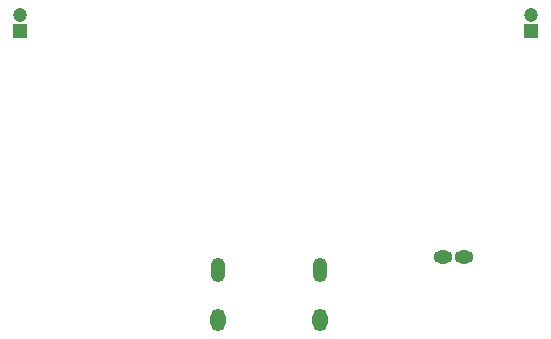
<source format=gbs>
G04 Layer: BottomSolderMaskLayer*
G04 EasyEDA Pro v2.2.40.8, 2025-08-10 13:50:58*
G04 Gerber Generator version 0.3*
G04 Scale: 100 percent, Rotated: No, Reflected: No*
G04 Dimensions in millimeters*
G04 Leading zeros omitted, absolute positions, 4 integers and 5 decimals*
G04 Generated by one-click*
%FSLAX45Y45*%
%MOMM*%
%AMRoundRect*1,1,$1,$2,$3*1,1,$1,$4,$5*1,1,$1,0-$2,0-$3*1,1,$1,0-$4,0-$5*20,1,$1,$2,$3,$4,$5,0*20,1,$1,$4,$5,0-$2,0-$3,0*20,1,$1,0-$2,0-$3,0-$4,0-$5,0*20,1,$1,0-$4,0-$5,$2,$3,0*4,1,4,$2,$3,$4,$5,0-$2,0-$3,0-$4,0-$5,$2,$3,0*%
%ADD10RoundRect,0.09402X-0.55399X0.55399X0.55399X0.55399*%
%ADD11C,1.202*%
%ADD12O,1.20002X2.10002*%
%ADD13O,1.30002X1.90002*%
%ADD14O,1.602X1.102*%
%ADD15C,0.6192*%
G75*


G04 Pad Start*
G54D10*
G01X-2109996Y1192495D03*
G54D11*
G01X-2109996Y1332500D03*
G54D10*
G01X2214996Y1189995D03*
G54D11*
G01X2214996Y1330000D03*
G54D12*
G01X-435011Y-829999D03*
G01X429986Y-829999D03*
G54D13*
G01X-435011Y-1250013D03*
G01X429986Y-1250013D03*
G54D14*
G01X1646397Y-717499D03*
G01X1468597Y-717499D03*
G04 Pad End*

M02*


</source>
